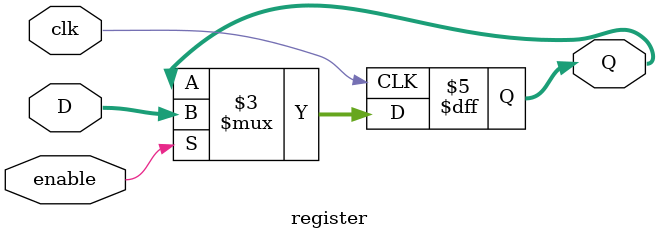
<source format=v>
module register(D, clk, enable, Q);
  input [15:0] D;
  input clk, enable;
  output reg[15:0] Q;

  always @(negedge clk) begin
		if(enable == 1'b1)
			Q <= D;
  end
endmodule

</source>
